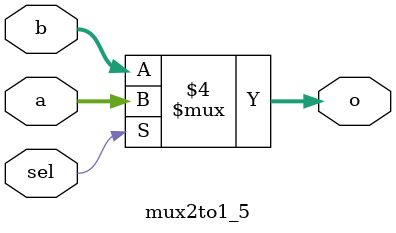
<source format=v>
`timescale 1ns / 1ps
module mux2to1_5(
input wire sel,
input wire[4:0] a,
input wire[4:0] b,

output reg[4:0] o
    );

always@* begin
	if(sel==1) o[4:0] <= a[4:0];
	else o[4:0] <= b[4:0];
end

endmodule

</source>
